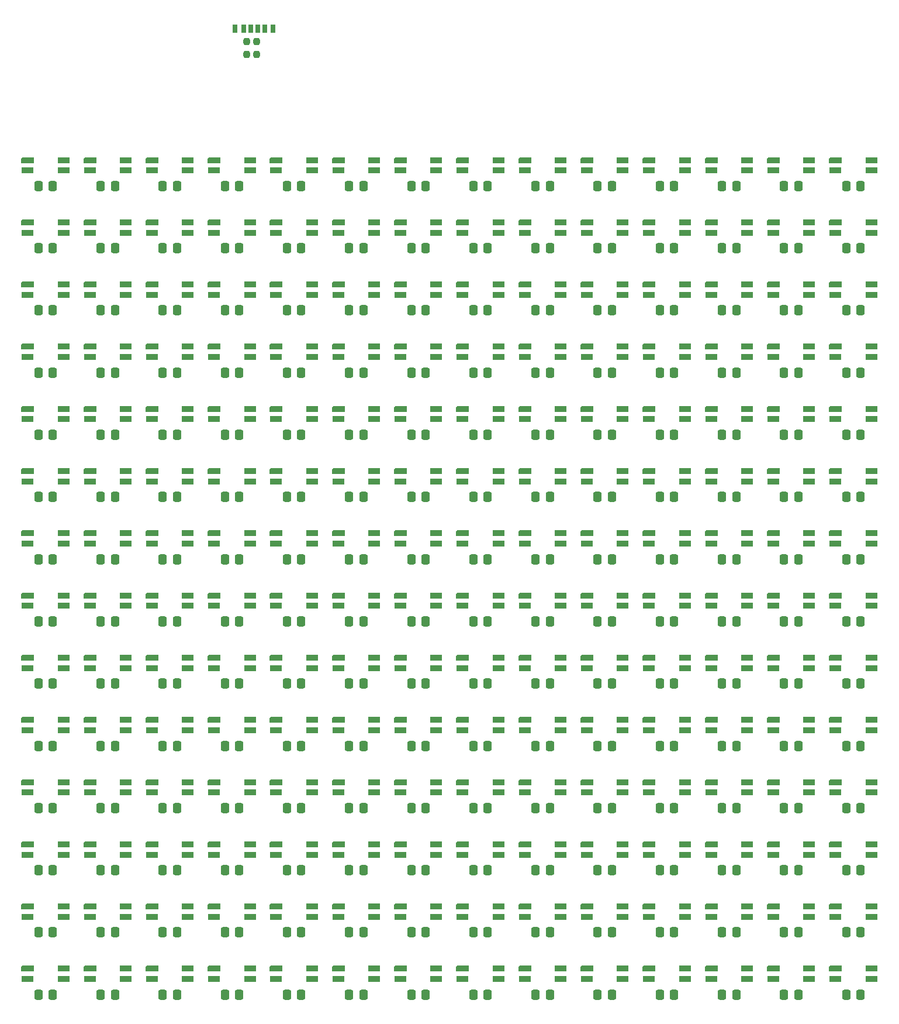
<source format=gbr>
%TF.GenerationSoftware,KiCad,Pcbnew,8.0.8*%
%TF.CreationDate,2025-04-11T18:25:19-04:00*%
%TF.ProjectId,Pixel Dust,50697865-6c20-4447-9573-742e6b696361,rev?*%
%TF.SameCoordinates,Original*%
%TF.FileFunction,Paste,Bot*%
%TF.FilePolarity,Positive*%
%FSLAX46Y46*%
G04 Gerber Fmt 4.6, Leading zero omitted, Abs format (unit mm)*
G04 Created by KiCad (PCBNEW 8.0.8) date 2025-04-11 18:25:19*
%MOMM*%
%LPD*%
G01*
G04 APERTURE LIST*
G04 Aperture macros list*
%AMRoundRect*
0 Rectangle with rounded corners*
0 $1 Rounding radius*
0 $2 $3 $4 $5 $6 $7 $8 $9 X,Y pos of 4 corners*
0 Add a 4 corners polygon primitive as box body*
4,1,4,$2,$3,$4,$5,$6,$7,$8,$9,$2,$3,0*
0 Add four circle primitives for the rounded corners*
1,1,$1+$1,$2,$3*
1,1,$1+$1,$4,$5*
1,1,$1+$1,$6,$7*
1,1,$1+$1,$8,$9*
0 Add four rect primitives between the rounded corners*
20,1,$1+$1,$2,$3,$4,$5,0*
20,1,$1+$1,$4,$5,$6,$7,0*
20,1,$1+$1,$6,$7,$8,$9,0*
20,1,$1+$1,$8,$9,$2,$3,0*%
%AMOutline5P*
0 Free polygon, 5 corners , with rotation*
0 The origin of the aperture is its center*
0 number of corners: always 5*
0 $1 to $10 corner X, Y*
0 $11 Rotation angle, in degrees counterclockwise*
0 create outline with 5 corners*
4,1,5,$1,$2,$3,$4,$5,$6,$7,$8,$9,$10,$1,$2,$11*%
%AMOutline6P*
0 Free polygon, 6 corners , with rotation*
0 The origin of the aperture is its center*
0 number of corners: always 6*
0 $1 to $12 corner X, Y*
0 $13 Rotation angle, in degrees counterclockwise*
0 create outline with 6 corners*
4,1,6,$1,$2,$3,$4,$5,$6,$7,$8,$9,$10,$11,$12,$1,$2,$13*%
%AMOutline7P*
0 Free polygon, 7 corners , with rotation*
0 The origin of the aperture is its center*
0 number of corners: always 7*
0 $1 to $14 corner X, Y*
0 $15 Rotation angle, in degrees counterclockwise*
0 create outline with 7 corners*
4,1,7,$1,$2,$3,$4,$5,$6,$7,$8,$9,$10,$11,$12,$13,$14,$1,$2,$15*%
%AMOutline8P*
0 Free polygon, 8 corners , with rotation*
0 The origin of the aperture is its center*
0 number of corners: always 8*
0 $1 to $16 corner X, Y*
0 $17 Rotation angle, in degrees counterclockwise*
0 create outline with 8 corners*
4,1,8,$1,$2,$3,$4,$5,$6,$7,$8,$9,$10,$11,$12,$13,$14,$15,$16,$1,$2,$17*%
G04 Aperture macros list end*
%ADD10R,0.700000X1.200000*%
%ADD11R,0.760000X1.200000*%
%ADD12R,0.800000X1.200000*%
%ADD13R,1.800000X0.820000*%
%ADD14Outline5P,-0.900000X0.410000X0.900000X0.410000X0.900000X-0.246000X0.736000X-0.410000X-0.900000X-0.410000X180.000000*%
%ADD15RoundRect,0.250000X0.337500X0.475000X-0.337500X0.475000X-0.337500X-0.475000X0.337500X-0.475000X0*%
%ADD16RoundRect,0.237500X-0.237500X0.250000X-0.237500X-0.250000X0.237500X-0.250000X0.237500X0.250000X0*%
%ADD17RoundRect,0.237500X0.237500X-0.250000X0.237500X0.250000X-0.237500X0.250000X-0.237500X-0.250000X0*%
G04 APERTURE END LIST*
D10*
%TO.C,J3*%
X34200000Y17720000D03*
X33200000Y17720000D03*
D11*
X35220000Y17720000D03*
X32180000Y17720000D03*
D12*
X30950000Y17720000D03*
X36450000Y17720000D03*
%TD*%
D13*
%TO.C,D87*%
X24100000Y-55300000D03*
D14*
X18900000Y-55300000D03*
D13*
X18900000Y-56800000D03*
X24100000Y-56800000D03*
%TD*%
%TO.C,D30*%
X15100000Y-19300000D03*
D14*
X9900000Y-19300000D03*
D13*
X9900000Y-20800000D03*
X15100000Y-20800000D03*
%TD*%
%TO.C,D40*%
X105100000Y-19300000D03*
D14*
X99900000Y-19300000D03*
D13*
X99900000Y-20800000D03*
X105100000Y-20800000D03*
%TD*%
D15*
%TO.C,C129*%
X22537500Y-86050000D03*
X20462500Y-86050000D03*
%TD*%
D13*
%TO.C,D104*%
X51100000Y-64300000D03*
D14*
X45900000Y-64300000D03*
D13*
X45900000Y-65800000D03*
X51100000Y-65800000D03*
%TD*%
D15*
%TO.C,C52*%
X85537500Y-32050000D03*
X83462500Y-32050000D03*
%TD*%
%TO.C,C128*%
X13537500Y-86050000D03*
X11462500Y-86050000D03*
%TD*%
%TO.C,C7*%
X58537500Y-5050000D03*
X56462500Y-5050000D03*
%TD*%
%TO.C,C148*%
X67537500Y-95050000D03*
X65462500Y-95050000D03*
%TD*%
%TO.C,C136*%
X85537500Y-86050000D03*
X83462500Y-86050000D03*
%TD*%
D13*
%TO.C,D107*%
X78100000Y-64300000D03*
D14*
X72900000Y-64300000D03*
D13*
X72900000Y-65800000D03*
X78100000Y-65800000D03*
%TD*%
%TO.C,D78*%
X69100000Y-46300000D03*
D14*
X63900000Y-46300000D03*
D13*
X63900000Y-47800000D03*
X69100000Y-47800000D03*
%TD*%
%TO.C,D106*%
X69100000Y-64300000D03*
D14*
X63900000Y-64300000D03*
D13*
X63900000Y-65800000D03*
X69100000Y-65800000D03*
%TD*%
%TO.C,D155*%
X6100000Y-100300000D03*
D14*
X900000Y-100300000D03*
D13*
X900000Y-101800000D03*
X6100000Y-101800000D03*
%TD*%
D15*
%TO.C,C106*%
X67537500Y-68050000D03*
X65462500Y-68050000D03*
%TD*%
%TO.C,C71*%
X4537500Y-50050000D03*
X2462500Y-50050000D03*
%TD*%
D13*
%TO.C,D13*%
X114100000Y-1300000D03*
D14*
X108900000Y-1300000D03*
D13*
X108900000Y-2800000D03*
X114100000Y-2800000D03*
%TD*%
%TO.C,D46*%
X33100000Y-28300000D03*
D14*
X27900000Y-28300000D03*
D13*
X27900000Y-29800000D03*
X33100000Y-29800000D03*
%TD*%
%TO.C,D162*%
X69100000Y-100300000D03*
D14*
X63900000Y-100300000D03*
D13*
X63900000Y-101800000D03*
X69100000Y-101800000D03*
%TD*%
%TO.C,D141*%
X6100000Y-91300000D03*
D14*
X900000Y-91300000D03*
D13*
X900000Y-92800000D03*
X6100000Y-92800000D03*
%TD*%
%TO.C,D187*%
X42100000Y-118300000D03*
D14*
X36900000Y-118300000D03*
D13*
X36900000Y-119800000D03*
X42100000Y-119800000D03*
%TD*%
D15*
%TO.C,C103*%
X40537500Y-68050000D03*
X38462500Y-68050000D03*
%TD*%
%TO.C,C5*%
X40537500Y-5050000D03*
X38462500Y-5050000D03*
%TD*%
%TO.C,C127*%
X4537500Y-86050000D03*
X2462500Y-86050000D03*
%TD*%
D13*
%TO.C,D148*%
X69100000Y-91300000D03*
D14*
X63900000Y-91300000D03*
D13*
X63900000Y-92800000D03*
X69100000Y-92800000D03*
%TD*%
D15*
%TO.C,C185*%
X22537500Y-122050000D03*
X20462500Y-122050000D03*
%TD*%
%TO.C,C2*%
X13537500Y-5050000D03*
X11462500Y-5050000D03*
%TD*%
D13*
%TO.C,D80*%
X87100000Y-46300000D03*
D14*
X81900000Y-46300000D03*
D13*
X81900000Y-47800000D03*
X87100000Y-47800000D03*
%TD*%
D15*
%TO.C,C119*%
X58537500Y-77050000D03*
X56462500Y-77050000D03*
%TD*%
D13*
%TO.C,D139*%
X114100000Y-82300000D03*
D14*
X108900000Y-82300000D03*
D13*
X108900000Y-83800000D03*
X114100000Y-83800000D03*
%TD*%
%TO.C,D32*%
X33100000Y-19300000D03*
D14*
X27900000Y-19300000D03*
D13*
X27900000Y-20800000D03*
X33100000Y-20800000D03*
%TD*%
D15*
%TO.C,C92*%
X67537500Y-59050000D03*
X65462500Y-59050000D03*
%TD*%
%TO.C,C95*%
X94537500Y-59050000D03*
X92462500Y-59050000D03*
%TD*%
D13*
%TO.C,D74*%
X33100000Y-46300000D03*
D14*
X27900000Y-46300000D03*
D13*
X27900000Y-47800000D03*
X33100000Y-47800000D03*
%TD*%
%TO.C,D185*%
X24100000Y-118300000D03*
D14*
X18900000Y-118300000D03*
D13*
X18900000Y-119800000D03*
X24100000Y-119800000D03*
%TD*%
%TO.C,D153*%
X114100000Y-91300000D03*
D14*
X108900000Y-91300000D03*
D13*
X108900000Y-92800000D03*
X114100000Y-92800000D03*
%TD*%
D15*
%TO.C,C188*%
X49537500Y-122050000D03*
X47462500Y-122050000D03*
%TD*%
D13*
%TO.C,D85*%
X6100000Y-55300000D03*
D14*
X900000Y-55300000D03*
D13*
X900000Y-56800000D03*
X6100000Y-56800000D03*
%TD*%
D15*
%TO.C,C17*%
X22537500Y-14050000D03*
X20462500Y-14050000D03*
%TD*%
%TO.C,C156*%
X13537500Y-104050000D03*
X11462500Y-104050000D03*
%TD*%
%TO.C,C110*%
X103537500Y-68050000D03*
X101462500Y-68050000D03*
%TD*%
D13*
%TO.C,D31*%
X24100000Y-19300000D03*
D14*
X18900000Y-19300000D03*
D13*
X18900000Y-20800000D03*
X24100000Y-20800000D03*
%TD*%
%TO.C,D37*%
X78100000Y-19300000D03*
D14*
X72900000Y-19300000D03*
D13*
X72900000Y-20800000D03*
X78100000Y-20800000D03*
%TD*%
D15*
%TO.C,C163*%
X76537500Y-104050000D03*
X74462500Y-104050000D03*
%TD*%
%TO.C,C42*%
X121537500Y-23050000D03*
X119462500Y-23050000D03*
%TD*%
D13*
%TO.C,D35*%
X60100000Y-19300000D03*
D14*
X54900000Y-19300000D03*
D13*
X54900000Y-20800000D03*
X60100000Y-20800000D03*
%TD*%
D15*
%TO.C,C57*%
X4537500Y-41050000D03*
X2462500Y-41050000D03*
%TD*%
%TO.C,C16*%
X13537500Y-14050000D03*
X11462500Y-14050000D03*
%TD*%
%TO.C,C107*%
X76537500Y-68050000D03*
X74462500Y-68050000D03*
%TD*%
D13*
%TO.C,D196*%
X123100000Y-118300000D03*
D14*
X117900000Y-118300000D03*
D13*
X117900000Y-119800000D03*
X123100000Y-119800000D03*
%TD*%
%TO.C,D52*%
X87100000Y-28300000D03*
D14*
X81900000Y-28300000D03*
D13*
X81900000Y-29800000D03*
X87100000Y-29800000D03*
%TD*%
D15*
%TO.C,C104*%
X49537500Y-68050000D03*
X47462500Y-68050000D03*
%TD*%
D13*
%TO.C,D4*%
X33100000Y-1300000D03*
D14*
X27900000Y-1300000D03*
D13*
X27900000Y-2800000D03*
X33100000Y-2800000D03*
%TD*%
D15*
%TO.C,C40*%
X103537500Y-23050000D03*
X101462500Y-23050000D03*
%TD*%
%TO.C,C109*%
X94537500Y-68050000D03*
X92462500Y-68050000D03*
%TD*%
D13*
%TO.C,D165*%
X96100000Y-100300000D03*
D14*
X90900000Y-100300000D03*
D13*
X90900000Y-101800000D03*
X96100000Y-101800000D03*
%TD*%
%TO.C,D41*%
X114100000Y-19300000D03*
D14*
X108900000Y-19300000D03*
D13*
X108900000Y-20800000D03*
X114100000Y-20800000D03*
%TD*%
D15*
%TO.C,C94*%
X85537500Y-59050000D03*
X83462500Y-59050000D03*
%TD*%
%TO.C,C90*%
X49537500Y-59050000D03*
X47462500Y-59050000D03*
%TD*%
D13*
%TO.C,D130*%
X33100000Y-82300000D03*
D14*
X27900000Y-82300000D03*
D13*
X27900000Y-83800000D03*
X33100000Y-83800000D03*
%TD*%
%TO.C,D142*%
X15100000Y-91300000D03*
D14*
X9900000Y-91300000D03*
D13*
X9900000Y-92800000D03*
X15100000Y-92800000D03*
%TD*%
%TO.C,D8*%
X69100000Y-1300000D03*
D14*
X63900000Y-1300000D03*
D13*
X63900000Y-2800000D03*
X69100000Y-2800000D03*
%TD*%
D15*
%TO.C,C68*%
X103537500Y-41050000D03*
X101462500Y-41050000D03*
%TD*%
%TO.C,C138*%
X103537500Y-86050000D03*
X101462500Y-86050000D03*
%TD*%
%TO.C,C31*%
X22537500Y-23050000D03*
X20462500Y-23050000D03*
%TD*%
D13*
%TO.C,D182*%
X123100000Y-109300000D03*
D14*
X117900000Y-109300000D03*
D13*
X117900000Y-110800000D03*
X123100000Y-110800000D03*
%TD*%
%TO.C,D131*%
X42100000Y-82300000D03*
D14*
X36900000Y-82300000D03*
D13*
X36900000Y-83800000D03*
X42100000Y-83800000D03*
%TD*%
D15*
%TO.C,C160*%
X49537500Y-104050000D03*
X47462500Y-104050000D03*
%TD*%
D13*
%TO.C,D154*%
X123100000Y-91300000D03*
D14*
X117900000Y-91300000D03*
D13*
X117900000Y-92800000D03*
X123100000Y-92800000D03*
%TD*%
%TO.C,D92*%
X69100000Y-55300000D03*
D14*
X63900000Y-55300000D03*
D13*
X63900000Y-56800000D03*
X69100000Y-56800000D03*
%TD*%
%TO.C,D2*%
X15100000Y-1300000D03*
D14*
X9900000Y-1300000D03*
D13*
X9900000Y-2800000D03*
X15100000Y-2800000D03*
%TD*%
%TO.C,D20*%
X51100000Y-10300000D03*
D14*
X45900000Y-10300000D03*
D13*
X45900000Y-11800000D03*
X51100000Y-11800000D03*
%TD*%
%TO.C,D166*%
X105100000Y-100300000D03*
D14*
X99900000Y-100300000D03*
D13*
X99900000Y-101800000D03*
X105100000Y-101800000D03*
%TD*%
D15*
%TO.C,C187*%
X40537500Y-122050000D03*
X38462500Y-122050000D03*
%TD*%
D13*
%TO.C,D29*%
X6100000Y-19300000D03*
D14*
X900000Y-19300000D03*
D13*
X900000Y-20800000D03*
X6100000Y-20800000D03*
%TD*%
D15*
%TO.C,C100*%
X13537500Y-68050000D03*
X11462500Y-68050000D03*
%TD*%
%TO.C,C186*%
X31537500Y-122050000D03*
X29462500Y-122050000D03*
%TD*%
D13*
%TO.C,D82*%
X105100000Y-46300000D03*
D14*
X99900000Y-46300000D03*
D13*
X99900000Y-47800000D03*
X105100000Y-47800000D03*
%TD*%
D15*
%TO.C,C161*%
X58537500Y-104050000D03*
X56462500Y-104050000D03*
%TD*%
%TO.C,C45*%
X22537500Y-32050000D03*
X20462500Y-32050000D03*
%TD*%
D13*
%TO.C,D172*%
X33100000Y-109300000D03*
D14*
X27900000Y-109300000D03*
D13*
X27900000Y-110800000D03*
X33100000Y-110800000D03*
%TD*%
D15*
%TO.C,C189*%
X58537500Y-122050000D03*
X56462500Y-122050000D03*
%TD*%
%TO.C,C39*%
X94537500Y-23050000D03*
X92462500Y-23050000D03*
%TD*%
D13*
%TO.C,D65*%
X78100000Y-37300000D03*
D14*
X72900000Y-37300000D03*
D13*
X72900000Y-38800000D03*
X78100000Y-38800000D03*
%TD*%
D15*
%TO.C,C172*%
X31537500Y-113050000D03*
X29462500Y-113050000D03*
%TD*%
D13*
%TO.C,D55*%
X114100000Y-28300000D03*
D14*
X108900000Y-28300000D03*
D13*
X108900000Y-29800000D03*
X114100000Y-29800000D03*
%TD*%
%TO.C,D127*%
X6100000Y-82300000D03*
D14*
X900000Y-82300000D03*
D13*
X900000Y-83800000D03*
X6100000Y-83800000D03*
%TD*%
%TO.C,D17*%
X24100000Y-10300000D03*
D14*
X18900000Y-10300000D03*
D13*
X18900000Y-11800000D03*
X24100000Y-11800000D03*
%TD*%
D15*
%TO.C,C24*%
X85537500Y-14050000D03*
X83462500Y-14050000D03*
%TD*%
%TO.C,C192*%
X85537500Y-122050000D03*
X83462500Y-122050000D03*
%TD*%
%TO.C,C97*%
X112537500Y-59050000D03*
X110462500Y-59050000D03*
%TD*%
%TO.C,C54*%
X103537500Y-32050000D03*
X101462500Y-32050000D03*
%TD*%
D13*
%TO.C,D183*%
X6100000Y-118300000D03*
D14*
X900000Y-118300000D03*
D13*
X900000Y-119800000D03*
X6100000Y-119800000D03*
%TD*%
D15*
%TO.C,C159*%
X40537500Y-104050000D03*
X38462500Y-104050000D03*
%TD*%
%TO.C,C115*%
X22537500Y-77050000D03*
X20462500Y-77050000D03*
%TD*%
D13*
%TO.C,D84*%
X123100000Y-46300000D03*
D14*
X117900000Y-46300000D03*
D13*
X117900000Y-47800000D03*
X123100000Y-47800000D03*
%TD*%
%TO.C,D42*%
X123100000Y-19300000D03*
D14*
X117900000Y-19300000D03*
D13*
X117900000Y-20800000D03*
X123100000Y-20800000D03*
%TD*%
%TO.C,D16*%
X15100000Y-10300000D03*
D14*
X9900000Y-10300000D03*
D13*
X9900000Y-11800000D03*
X15100000Y-11800000D03*
%TD*%
D15*
%TO.C,C41*%
X112537500Y-23050000D03*
X110462500Y-23050000D03*
%TD*%
%TO.C,C80*%
X85537500Y-50050000D03*
X83462500Y-50050000D03*
%TD*%
D13*
%TO.C,D9*%
X78100000Y-1300000D03*
D14*
X72900000Y-1300000D03*
D13*
X72900000Y-2800000D03*
X78100000Y-2800000D03*
%TD*%
D15*
%TO.C,C63*%
X58537500Y-41050000D03*
X56462500Y-41050000D03*
%TD*%
D13*
%TO.C,D174*%
X51100000Y-109300000D03*
D14*
X45900000Y-109300000D03*
D13*
X45900000Y-110800000D03*
X51100000Y-110800000D03*
%TD*%
D15*
%TO.C,C53*%
X94537500Y-32050000D03*
X92462500Y-32050000D03*
%TD*%
%TO.C,C93*%
X76537500Y-59050000D03*
X74462500Y-59050000D03*
%TD*%
%TO.C,C69*%
X112537500Y-41050000D03*
X110462500Y-41050000D03*
%TD*%
D13*
%TO.C,D38*%
X87100000Y-19300000D03*
D14*
X81900000Y-19300000D03*
D13*
X81900000Y-20800000D03*
X87100000Y-20800000D03*
%TD*%
%TO.C,D138*%
X105100000Y-82300000D03*
D14*
X99900000Y-82300000D03*
D13*
X99900000Y-83800000D03*
X105100000Y-83800000D03*
%TD*%
%TO.C,D124*%
X105100000Y-73300000D03*
D14*
X99900000Y-73300000D03*
D13*
X99900000Y-74800000D03*
X105100000Y-74800000D03*
%TD*%
D15*
%TO.C,C165*%
X94537500Y-104050000D03*
X92462500Y-104050000D03*
%TD*%
D13*
%TO.C,D61*%
X42100000Y-37300000D03*
D14*
X36900000Y-37300000D03*
D13*
X36900000Y-38800000D03*
X42100000Y-38800000D03*
%TD*%
D15*
%TO.C,C125*%
X112537500Y-77050000D03*
X110462500Y-77050000D03*
%TD*%
%TO.C,C86*%
X13537500Y-59050000D03*
X11462500Y-59050000D03*
%TD*%
D13*
%TO.C,D57*%
X6100000Y-37300000D03*
D14*
X900000Y-37300000D03*
D13*
X900000Y-38800000D03*
X6100000Y-38800000D03*
%TD*%
%TO.C,D67*%
X96100000Y-37300000D03*
D14*
X90900000Y-37300000D03*
D13*
X90900000Y-38800000D03*
X96100000Y-38800000D03*
%TD*%
%TO.C,D173*%
X42100000Y-109300000D03*
D14*
X36900000Y-109300000D03*
D13*
X36900000Y-110800000D03*
X42100000Y-110800000D03*
%TD*%
D15*
%TO.C,C38*%
X85537500Y-23050000D03*
X83462500Y-23050000D03*
%TD*%
D13*
%TO.C,D125*%
X114100000Y-73300000D03*
D14*
X108900000Y-73300000D03*
D13*
X108900000Y-74800000D03*
X114100000Y-74800000D03*
%TD*%
D15*
%TO.C,C180*%
X103537500Y-113050000D03*
X101462500Y-113050000D03*
%TD*%
%TO.C,C169*%
X4537500Y-113050000D03*
X2462500Y-113050000D03*
%TD*%
D13*
%TO.C,D33*%
X42100000Y-19300000D03*
D14*
X36900000Y-19300000D03*
D13*
X36900000Y-20800000D03*
X42100000Y-20800000D03*
%TD*%
%TO.C,D93*%
X78100000Y-55300000D03*
D14*
X72900000Y-55300000D03*
D13*
X72900000Y-56800000D03*
X78100000Y-56800000D03*
%TD*%
D15*
%TO.C,C29*%
X4537500Y-23050000D03*
X2462500Y-23050000D03*
%TD*%
%TO.C,C184*%
X13537500Y-122050000D03*
X11462500Y-122050000D03*
%TD*%
%TO.C,C122*%
X85537500Y-77050000D03*
X83462500Y-77050000D03*
%TD*%
%TO.C,C151*%
X94537500Y-95050000D03*
X92462500Y-95050000D03*
%TD*%
D13*
%TO.C,D133*%
X60100000Y-82300000D03*
D14*
X54900000Y-82300000D03*
D13*
X54900000Y-83800000D03*
X60100000Y-83800000D03*
%TD*%
D15*
%TO.C,C76*%
X49537500Y-50050000D03*
X47462500Y-50050000D03*
%TD*%
%TO.C,C85*%
X4537500Y-59050000D03*
X2462500Y-59050000D03*
%TD*%
%TO.C,C167*%
X112537500Y-104050000D03*
X110462500Y-104050000D03*
%TD*%
%TO.C,C65*%
X76537500Y-41050000D03*
X74462500Y-41050000D03*
%TD*%
D13*
%TO.C,D159*%
X42100000Y-100300000D03*
D14*
X36900000Y-100300000D03*
D13*
X36900000Y-101800000D03*
X42100000Y-101800000D03*
%TD*%
D15*
%TO.C,C132*%
X49537500Y-86050000D03*
X47462500Y-86050000D03*
%TD*%
D13*
%TO.C,D158*%
X33100000Y-100300000D03*
D14*
X27900000Y-100300000D03*
D13*
X27900000Y-101800000D03*
X33100000Y-101800000D03*
%TD*%
D15*
%TO.C,C70*%
X121537500Y-41050000D03*
X119462500Y-41050000D03*
%TD*%
%TO.C,C190*%
X67537500Y-122050000D03*
X65462500Y-122050000D03*
%TD*%
D13*
%TO.C,D146*%
X51100000Y-91300000D03*
D14*
X45900000Y-91300000D03*
D13*
X45900000Y-92800000D03*
X51100000Y-92800000D03*
%TD*%
%TO.C,D71*%
X6100000Y-46300000D03*
D14*
X900000Y-46300000D03*
D13*
X900000Y-47800000D03*
X6100000Y-47800000D03*
%TD*%
D15*
%TO.C,C108*%
X85537500Y-68050000D03*
X83462500Y-68050000D03*
%TD*%
%TO.C,C82*%
X103537500Y-50050000D03*
X101462500Y-50050000D03*
%TD*%
%TO.C,C62*%
X49537500Y-41050000D03*
X47462500Y-41050000D03*
%TD*%
D13*
%TO.C,D89*%
X42100000Y-55300000D03*
D14*
X36900000Y-55300000D03*
D13*
X36900000Y-56800000D03*
X42100000Y-56800000D03*
%TD*%
D15*
%TO.C,C194*%
X103537500Y-122050000D03*
X101462500Y-122050000D03*
%TD*%
%TO.C,C35*%
X58537500Y-23050000D03*
X56462500Y-23050000D03*
%TD*%
D13*
%TO.C,D53*%
X96100000Y-28300000D03*
D14*
X90900000Y-28300000D03*
D13*
X90900000Y-29800000D03*
X96100000Y-29800000D03*
%TD*%
D15*
%TO.C,C131*%
X40537500Y-86050000D03*
X38462500Y-86050000D03*
%TD*%
%TO.C,C9*%
X76537500Y-5050000D03*
X74462500Y-5050000D03*
%TD*%
%TO.C,C142*%
X13537500Y-95050000D03*
X11462500Y-95050000D03*
%TD*%
D13*
%TO.C,D169*%
X6100000Y-109300000D03*
D14*
X900000Y-109300000D03*
D13*
X900000Y-110800000D03*
X6100000Y-110800000D03*
%TD*%
D15*
%TO.C,C174*%
X49537500Y-113050000D03*
X47462500Y-113050000D03*
%TD*%
%TO.C,C60*%
X31537500Y-41050000D03*
X29462500Y-41050000D03*
%TD*%
D13*
%TO.C,D111*%
X114100000Y-64300000D03*
D14*
X108900000Y-64300000D03*
D13*
X108900000Y-65800000D03*
X114100000Y-65800000D03*
%TD*%
%TO.C,D156*%
X15100000Y-100300000D03*
D14*
X9900000Y-100300000D03*
D13*
X9900000Y-101800000D03*
X15100000Y-101800000D03*
%TD*%
%TO.C,D186*%
X33100000Y-118300000D03*
D14*
X27900000Y-118300000D03*
D13*
X27900000Y-119800000D03*
X33100000Y-119800000D03*
%TD*%
D15*
%TO.C,C126*%
X121537500Y-77050000D03*
X119462500Y-77050000D03*
%TD*%
D13*
%TO.C,D135*%
X78100000Y-82300000D03*
D14*
X72900000Y-82300000D03*
D13*
X72900000Y-83800000D03*
X78100000Y-83800000D03*
%TD*%
%TO.C,D95*%
X96100000Y-55300000D03*
D14*
X90900000Y-55300000D03*
D13*
X90900000Y-56800000D03*
X96100000Y-56800000D03*
%TD*%
D15*
%TO.C,C67*%
X94537500Y-41050000D03*
X92462500Y-41050000D03*
%TD*%
%TO.C,C123*%
X94537500Y-77050000D03*
X92462500Y-77050000D03*
%TD*%
D13*
%TO.C,D194*%
X105100000Y-118300000D03*
D14*
X99900000Y-118300000D03*
D13*
X99900000Y-119800000D03*
X105100000Y-119800000D03*
%TD*%
D15*
%TO.C,C13*%
X112537500Y-5050000D03*
X110462500Y-5050000D03*
%TD*%
%TO.C,C36*%
X67537500Y-23050000D03*
X65462500Y-23050000D03*
%TD*%
D13*
%TO.C,D178*%
X87100000Y-109300000D03*
D14*
X81900000Y-109300000D03*
D13*
X81900000Y-110800000D03*
X87100000Y-110800000D03*
%TD*%
%TO.C,D102*%
X33100000Y-64300000D03*
D14*
X27900000Y-64300000D03*
D13*
X27900000Y-65800000D03*
X33100000Y-65800000D03*
%TD*%
%TO.C,D15*%
X6100000Y-10300000D03*
D14*
X900000Y-10300000D03*
D13*
X900000Y-11800000D03*
X6100000Y-11800000D03*
%TD*%
D15*
%TO.C,C117*%
X40537500Y-77050000D03*
X38462500Y-77050000D03*
%TD*%
D13*
%TO.C,D177*%
X78100000Y-109300000D03*
D14*
X72900000Y-109300000D03*
D13*
X72900000Y-110800000D03*
X78100000Y-110800000D03*
%TD*%
D15*
%TO.C,C37*%
X76537500Y-23050000D03*
X74462500Y-23050000D03*
%TD*%
%TO.C,C116*%
X31537500Y-77050000D03*
X29462500Y-77050000D03*
%TD*%
D13*
%TO.C,D45*%
X24100000Y-28300000D03*
D14*
X18900000Y-28300000D03*
D13*
X18900000Y-29800000D03*
X24100000Y-29800000D03*
%TD*%
D15*
%TO.C,C181*%
X112537500Y-113050000D03*
X110462500Y-113050000D03*
%TD*%
D13*
%TO.C,D1*%
X6100000Y-1300000D03*
D14*
X900000Y-1300000D03*
D13*
X900000Y-2800000D03*
X6100000Y-2800000D03*
%TD*%
%TO.C,D181*%
X114100000Y-109300000D03*
D14*
X108900000Y-109300000D03*
D13*
X108900000Y-110800000D03*
X114100000Y-110800000D03*
%TD*%
%TO.C,D179*%
X96100000Y-109300000D03*
D14*
X90900000Y-109300000D03*
D13*
X90900000Y-110800000D03*
X96100000Y-110800000D03*
%TD*%
%TO.C,D103*%
X42100000Y-64300000D03*
D14*
X36900000Y-64300000D03*
D13*
X36900000Y-65800000D03*
X42100000Y-65800000D03*
%TD*%
D15*
%TO.C,C164*%
X85537500Y-104050000D03*
X83462500Y-104050000D03*
%TD*%
D13*
%TO.C,D54*%
X105100000Y-28300000D03*
D14*
X99900000Y-28300000D03*
D13*
X99900000Y-29800000D03*
X105100000Y-29800000D03*
%TD*%
D15*
%TO.C,C130*%
X31537500Y-86050000D03*
X29462500Y-86050000D03*
%TD*%
%TO.C,C26*%
X103537500Y-14050000D03*
X101462500Y-14050000D03*
%TD*%
%TO.C,C139*%
X112537500Y-86050000D03*
X110462500Y-86050000D03*
%TD*%
%TO.C,C182*%
X121537500Y-113050000D03*
X119462500Y-113050000D03*
%TD*%
D13*
%TO.C,D6*%
X51100000Y-1300000D03*
D14*
X45900000Y-1300000D03*
D13*
X45900000Y-2800000D03*
X51100000Y-2800000D03*
%TD*%
%TO.C,D105*%
X60100000Y-64300000D03*
D14*
X54900000Y-64300000D03*
D13*
X54900000Y-65800000D03*
X60100000Y-65800000D03*
%TD*%
D15*
%TO.C,C135*%
X76537500Y-86050000D03*
X74462500Y-86050000D03*
%TD*%
%TO.C,C64*%
X67537500Y-41050000D03*
X65462500Y-41050000D03*
%TD*%
D13*
%TO.C,D115*%
X24100000Y-73300000D03*
D14*
X18900000Y-73300000D03*
D13*
X18900000Y-74800000D03*
X24100000Y-74800000D03*
%TD*%
D15*
%TO.C,C28*%
X121537500Y-14050000D03*
X119462500Y-14050000D03*
%TD*%
D13*
%TO.C,D109*%
X96100000Y-64300000D03*
D14*
X90900000Y-64300000D03*
D13*
X90900000Y-65800000D03*
X96100000Y-65800000D03*
%TD*%
D15*
%TO.C,C4*%
X31537500Y-5050000D03*
X29462500Y-5050000D03*
%TD*%
D13*
%TO.C,D175*%
X60100000Y-109300000D03*
D14*
X54900000Y-109300000D03*
D13*
X54900000Y-110800000D03*
X60100000Y-110800000D03*
%TD*%
D15*
%TO.C,C168*%
X121537500Y-104050000D03*
X119462500Y-104050000D03*
%TD*%
%TO.C,C102*%
X31537500Y-68050000D03*
X29462500Y-68050000D03*
%TD*%
D13*
%TO.C,D163*%
X78100000Y-100300000D03*
D14*
X72900000Y-100300000D03*
D13*
X72900000Y-101800000D03*
X78100000Y-101800000D03*
%TD*%
%TO.C,D77*%
X60100000Y-46300000D03*
D14*
X54900000Y-46300000D03*
D13*
X54900000Y-47800000D03*
X60100000Y-47800000D03*
%TD*%
D15*
%TO.C,C34*%
X49537500Y-23050000D03*
X47462500Y-23050000D03*
%TD*%
D13*
%TO.C,D188*%
X51100000Y-118300000D03*
D14*
X45900000Y-118300000D03*
D13*
X45900000Y-119800000D03*
X51100000Y-119800000D03*
%TD*%
%TO.C,D76*%
X51100000Y-46300000D03*
D14*
X45900000Y-46300000D03*
D13*
X45900000Y-47800000D03*
X51100000Y-47800000D03*
%TD*%
D15*
%TO.C,C99*%
X4537500Y-68050000D03*
X2462500Y-68050000D03*
%TD*%
D13*
%TO.C,D176*%
X69100000Y-109300000D03*
D14*
X63900000Y-109300000D03*
D13*
X63900000Y-110800000D03*
X69100000Y-110800000D03*
%TD*%
D15*
%TO.C,C11*%
X94537500Y-5050000D03*
X92462500Y-5050000D03*
%TD*%
%TO.C,C105*%
X58537500Y-68050000D03*
X56462500Y-68050000D03*
%TD*%
D13*
%TO.C,D128*%
X15100000Y-82300000D03*
D14*
X9900000Y-82300000D03*
D13*
X9900000Y-83800000D03*
X15100000Y-83800000D03*
%TD*%
%TO.C,D126*%
X123100000Y-73300000D03*
D14*
X117900000Y-73300000D03*
D13*
X117900000Y-74800000D03*
X123100000Y-74800000D03*
%TD*%
D15*
%TO.C,C98*%
X121537500Y-59050000D03*
X119462500Y-59050000D03*
%TD*%
D13*
%TO.C,D137*%
X96100000Y-82300000D03*
D14*
X90900000Y-82300000D03*
D13*
X90900000Y-83800000D03*
X96100000Y-83800000D03*
%TD*%
D15*
%TO.C,C81*%
X94537500Y-50050000D03*
X92462500Y-50050000D03*
%TD*%
%TO.C,C101*%
X22537500Y-68050000D03*
X20462500Y-68050000D03*
%TD*%
D13*
%TO.C,D63*%
X60100000Y-37300000D03*
D14*
X54900000Y-37300000D03*
D13*
X54900000Y-38800000D03*
X60100000Y-38800000D03*
%TD*%
%TO.C,D147*%
X60100000Y-91300000D03*
D14*
X54900000Y-91300000D03*
D13*
X54900000Y-92800000D03*
X60100000Y-92800000D03*
%TD*%
%TO.C,D19*%
X42100000Y-10300000D03*
D14*
X36900000Y-10300000D03*
D13*
X36900000Y-11800000D03*
X42100000Y-11800000D03*
%TD*%
%TO.C,D99*%
X6100000Y-64300000D03*
D14*
X900000Y-64300000D03*
D13*
X900000Y-65800000D03*
X6100000Y-65800000D03*
%TD*%
%TO.C,D75*%
X42100000Y-46300000D03*
D14*
X36900000Y-46300000D03*
D13*
X36900000Y-47800000D03*
X42100000Y-47800000D03*
%TD*%
%TO.C,D149*%
X78100000Y-91300000D03*
D14*
X72900000Y-91300000D03*
D13*
X72900000Y-92800000D03*
X78100000Y-92800000D03*
%TD*%
D15*
%TO.C,C32*%
X31537500Y-23050000D03*
X29462500Y-23050000D03*
%TD*%
%TO.C,C48*%
X49537500Y-32050000D03*
X47462500Y-32050000D03*
%TD*%
D13*
%TO.C,D190*%
X69100000Y-118300000D03*
D14*
X63900000Y-118300000D03*
D13*
X63900000Y-119800000D03*
X69100000Y-119800000D03*
%TD*%
%TO.C,D25*%
X96100000Y-10300000D03*
D14*
X90900000Y-10300000D03*
D13*
X90900000Y-11800000D03*
X96100000Y-11800000D03*
%TD*%
%TO.C,D192*%
X87100000Y-118300000D03*
D14*
X81900000Y-118300000D03*
D13*
X81900000Y-119800000D03*
X87100000Y-119800000D03*
%TD*%
D15*
%TO.C,C146*%
X49537500Y-95050000D03*
X47462500Y-95050000D03*
%TD*%
D13*
%TO.C,D145*%
X42100000Y-91300000D03*
D14*
X36900000Y-91300000D03*
D13*
X36900000Y-92800000D03*
X42100000Y-92800000D03*
%TD*%
D15*
%TO.C,C89*%
X40537500Y-59050000D03*
X38462500Y-59050000D03*
%TD*%
%TO.C,C74*%
X31537500Y-50050000D03*
X29462500Y-50050000D03*
%TD*%
%TO.C,C176*%
X67537500Y-113050000D03*
X65462500Y-113050000D03*
%TD*%
D13*
%TO.C,D44*%
X15100000Y-28300000D03*
D14*
X9900000Y-28300000D03*
D13*
X9900000Y-29800000D03*
X15100000Y-29800000D03*
%TD*%
%TO.C,D120*%
X69100000Y-73300000D03*
D14*
X63900000Y-73300000D03*
D13*
X63900000Y-74800000D03*
X69100000Y-74800000D03*
%TD*%
D15*
%TO.C,C140*%
X121537500Y-86050000D03*
X119462500Y-86050000D03*
%TD*%
%TO.C,C166*%
X103537500Y-104050000D03*
X101462500Y-104050000D03*
%TD*%
%TO.C,C120*%
X67537500Y-77050000D03*
X65462500Y-77050000D03*
%TD*%
D13*
%TO.C,D167*%
X114100000Y-100300000D03*
D14*
X108900000Y-100300000D03*
D13*
X108900000Y-101800000D03*
X114100000Y-101800000D03*
%TD*%
%TO.C,D134*%
X69100000Y-82300000D03*
D14*
X63900000Y-82300000D03*
D13*
X63900000Y-83800000D03*
X69100000Y-83800000D03*
%TD*%
D15*
%TO.C,C55*%
X112537500Y-32050000D03*
X110462500Y-32050000D03*
%TD*%
%TO.C,C124*%
X103537500Y-77050000D03*
X101462500Y-77050000D03*
%TD*%
%TO.C,C78*%
X67537500Y-50050000D03*
X65462500Y-50050000D03*
%TD*%
D13*
%TO.C,D27*%
X114100000Y-10300000D03*
D14*
X108900000Y-10300000D03*
D13*
X108900000Y-11800000D03*
X114100000Y-11800000D03*
%TD*%
%TO.C,D193*%
X96100000Y-118300000D03*
D14*
X90900000Y-118300000D03*
D13*
X90900000Y-119800000D03*
X96100000Y-119800000D03*
%TD*%
%TO.C,D59*%
X24100000Y-37300000D03*
D14*
X18900000Y-37300000D03*
D13*
X18900000Y-38800000D03*
X24100000Y-38800000D03*
%TD*%
%TO.C,D96*%
X105100000Y-55300000D03*
D14*
X99900000Y-55300000D03*
D13*
X99900000Y-56800000D03*
X105100000Y-56800000D03*
%TD*%
%TO.C,D171*%
X24100000Y-109300000D03*
D14*
X18900000Y-109300000D03*
D13*
X18900000Y-110800000D03*
X24100000Y-110800000D03*
%TD*%
%TO.C,D28*%
X123100000Y-10300000D03*
D14*
X117900000Y-10300000D03*
D13*
X117900000Y-11800000D03*
X123100000Y-11800000D03*
%TD*%
D15*
%TO.C,C23*%
X76537500Y-14050000D03*
X74462500Y-14050000D03*
%TD*%
%TO.C,C193*%
X94537500Y-122050000D03*
X92462500Y-122050000D03*
%TD*%
D13*
%TO.C,D39*%
X96100000Y-19300000D03*
D14*
X90900000Y-19300000D03*
D13*
X90900000Y-20800000D03*
X96100000Y-20800000D03*
%TD*%
%TO.C,D91*%
X60100000Y-55300000D03*
D14*
X54900000Y-55300000D03*
D13*
X54900000Y-56800000D03*
X60100000Y-56800000D03*
%TD*%
%TO.C,D58*%
X15100000Y-37300000D03*
D14*
X9900000Y-37300000D03*
D13*
X9900000Y-38800000D03*
X15100000Y-38800000D03*
%TD*%
D15*
%TO.C,C49*%
X58537500Y-32050000D03*
X56462500Y-32050000D03*
%TD*%
D13*
%TO.C,D49*%
X60100000Y-28300000D03*
D14*
X54900000Y-28300000D03*
D13*
X54900000Y-29800000D03*
X60100000Y-29800000D03*
%TD*%
D15*
%TO.C,C114*%
X13537500Y-77050000D03*
X11462500Y-77050000D03*
%TD*%
%TO.C,C157*%
X22537500Y-104050000D03*
X20462500Y-104050000D03*
%TD*%
D13*
%TO.C,D123*%
X96100000Y-73300000D03*
D14*
X90900000Y-73300000D03*
D13*
X90900000Y-74800000D03*
X96100000Y-74800000D03*
%TD*%
D15*
%TO.C,C196*%
X121537500Y-122050000D03*
X119462500Y-122050000D03*
%TD*%
D13*
%TO.C,D129*%
X24100000Y-82300000D03*
D14*
X18900000Y-82300000D03*
D13*
X18900000Y-83800000D03*
X24100000Y-83800000D03*
%TD*%
%TO.C,D136*%
X87100000Y-82300000D03*
D14*
X81900000Y-82300000D03*
D13*
X81900000Y-83800000D03*
X87100000Y-83800000D03*
%TD*%
%TO.C,D112*%
X123100000Y-64300000D03*
D14*
X117900000Y-64300000D03*
D13*
X117900000Y-65800000D03*
X123100000Y-65800000D03*
%TD*%
D15*
%TO.C,C118*%
X49537500Y-77050000D03*
X47462500Y-77050000D03*
%TD*%
%TO.C,C145*%
X40537500Y-95050000D03*
X38462500Y-95050000D03*
%TD*%
D13*
%TO.C,D132*%
X51100000Y-82300000D03*
D14*
X45900000Y-82300000D03*
D13*
X45900000Y-83800000D03*
X51100000Y-83800000D03*
%TD*%
%TO.C,D180*%
X105100000Y-109300000D03*
D14*
X99900000Y-109300000D03*
D13*
X99900000Y-110800000D03*
X105100000Y-110800000D03*
%TD*%
D15*
%TO.C,C73*%
X22537500Y-50050000D03*
X20462500Y-50050000D03*
%TD*%
%TO.C,C51*%
X76537500Y-32050000D03*
X74462500Y-32050000D03*
%TD*%
%TO.C,C96*%
X103537500Y-59050000D03*
X101462500Y-59050000D03*
%TD*%
D13*
%TO.C,D110*%
X105100000Y-64300000D03*
D14*
X99900000Y-64300000D03*
D13*
X99900000Y-65800000D03*
X105100000Y-65800000D03*
%TD*%
%TO.C,D3*%
X24100000Y-1300000D03*
D14*
X18900000Y-1300000D03*
D13*
X18900000Y-2800000D03*
X24100000Y-2800000D03*
%TD*%
%TO.C,D98*%
X123100000Y-55300000D03*
D14*
X117900000Y-55300000D03*
D13*
X117900000Y-56800000D03*
X123100000Y-56800000D03*
%TD*%
D15*
%TO.C,C30*%
X13537500Y-23050000D03*
X11462500Y-23050000D03*
%TD*%
D13*
%TO.C,D5*%
X42100000Y-1300000D03*
D14*
X36900000Y-1300000D03*
D13*
X36900000Y-2800000D03*
X42100000Y-2800000D03*
%TD*%
D15*
%TO.C,C33*%
X40537500Y-23050000D03*
X38462500Y-23050000D03*
%TD*%
D13*
%TO.C,D83*%
X114100000Y-46300000D03*
D14*
X108900000Y-46300000D03*
D13*
X108900000Y-47800000D03*
X114100000Y-47800000D03*
%TD*%
D15*
%TO.C,C144*%
X31537500Y-95050000D03*
X29462500Y-95050000D03*
%TD*%
D13*
%TO.C,D81*%
X96100000Y-46300000D03*
D14*
X90900000Y-46300000D03*
D13*
X90900000Y-47800000D03*
X96100000Y-47800000D03*
%TD*%
D15*
%TO.C,C158*%
X31537500Y-104050000D03*
X29462500Y-104050000D03*
%TD*%
D13*
%TO.C,D66*%
X87100000Y-37300000D03*
D14*
X81900000Y-37300000D03*
D13*
X81900000Y-38800000D03*
X87100000Y-38800000D03*
%TD*%
%TO.C,D164*%
X87100000Y-100300000D03*
D14*
X81900000Y-100300000D03*
D13*
X81900000Y-101800000D03*
X87100000Y-101800000D03*
%TD*%
D15*
%TO.C,C154*%
X121537500Y-95050000D03*
X119462500Y-95050000D03*
%TD*%
D13*
%TO.C,D157*%
X24100000Y-100300000D03*
D14*
X18900000Y-100300000D03*
D13*
X18900000Y-101800000D03*
X24100000Y-101800000D03*
%TD*%
%TO.C,D143*%
X24100000Y-91300000D03*
D14*
X18900000Y-91300000D03*
D13*
X18900000Y-92800000D03*
X24100000Y-92800000D03*
%TD*%
D15*
%TO.C,C25*%
X94537500Y-14050000D03*
X92462500Y-14050000D03*
%TD*%
D13*
%TO.C,D21*%
X60100000Y-10300000D03*
D14*
X54900000Y-10300000D03*
D13*
X54900000Y-11800000D03*
X60100000Y-11800000D03*
%TD*%
%TO.C,D114*%
X15100000Y-73300000D03*
D14*
X9900000Y-73300000D03*
D13*
X9900000Y-74800000D03*
X15100000Y-74800000D03*
%TD*%
%TO.C,D118*%
X51100000Y-73300000D03*
D14*
X45900000Y-73300000D03*
D13*
X45900000Y-74800000D03*
X51100000Y-74800000D03*
%TD*%
D15*
%TO.C,C14*%
X121537500Y-5050000D03*
X119462500Y-5050000D03*
%TD*%
D13*
%TO.C,D18*%
X33100000Y-10300000D03*
D14*
X27900000Y-10300000D03*
D13*
X27900000Y-11800000D03*
X33100000Y-11800000D03*
%TD*%
D15*
%TO.C,C44*%
X13537500Y-32050000D03*
X11462500Y-32050000D03*
%TD*%
%TO.C,C8*%
X67537500Y-5050000D03*
X65462500Y-5050000D03*
%TD*%
D13*
%TO.C,D79*%
X78100000Y-46300000D03*
D14*
X72900000Y-46300000D03*
D13*
X72900000Y-47800000D03*
X78100000Y-47800000D03*
%TD*%
%TO.C,D48*%
X51100000Y-28300000D03*
D14*
X45900000Y-28300000D03*
D13*
X45900000Y-29800000D03*
X51100000Y-29800000D03*
%TD*%
D15*
%TO.C,C47*%
X40537500Y-32050000D03*
X38462500Y-32050000D03*
%TD*%
%TO.C,C149*%
X76537500Y-95050000D03*
X74462500Y-95050000D03*
%TD*%
D13*
%TO.C,D24*%
X87100000Y-10300000D03*
D14*
X81900000Y-10300000D03*
D13*
X81900000Y-11800000D03*
X87100000Y-11800000D03*
%TD*%
%TO.C,D117*%
X42100000Y-73300000D03*
D14*
X36900000Y-73300000D03*
D13*
X36900000Y-74800000D03*
X42100000Y-74800000D03*
%TD*%
%TO.C,D60*%
X33100000Y-37300000D03*
D14*
X27900000Y-37300000D03*
D13*
X27900000Y-38800000D03*
X33100000Y-38800000D03*
%TD*%
%TO.C,D119*%
X60100000Y-73300000D03*
D14*
X54900000Y-73300000D03*
D13*
X54900000Y-74800000D03*
X60100000Y-74800000D03*
%TD*%
D15*
%TO.C,C147*%
X58537500Y-95050000D03*
X56462500Y-95050000D03*
%TD*%
%TO.C,C58*%
X13537500Y-41050000D03*
X11462500Y-41050000D03*
%TD*%
%TO.C,C88*%
X31537500Y-59050000D03*
X29462500Y-59050000D03*
%TD*%
D13*
%TO.C,D70*%
X123100000Y-37300000D03*
D14*
X117900000Y-37300000D03*
D13*
X117900000Y-38800000D03*
X123100000Y-38800000D03*
%TD*%
D15*
%TO.C,C3*%
X22537500Y-5050000D03*
X20462500Y-5050000D03*
%TD*%
%TO.C,C50*%
X67537500Y-32050000D03*
X65462500Y-32050000D03*
%TD*%
%TO.C,C77*%
X58537500Y-50050000D03*
X56462500Y-50050000D03*
%TD*%
D13*
%TO.C,D64*%
X69100000Y-37300000D03*
D14*
X63900000Y-37300000D03*
D13*
X63900000Y-38800000D03*
X69100000Y-38800000D03*
%TD*%
%TO.C,D151*%
X96100000Y-91300000D03*
D14*
X90900000Y-91300000D03*
D13*
X90900000Y-92800000D03*
X96100000Y-92800000D03*
%TD*%
D15*
%TO.C,C152*%
X103537500Y-95050000D03*
X101462500Y-95050000D03*
%TD*%
%TO.C,C150*%
X85537500Y-95050000D03*
X83462500Y-95050000D03*
%TD*%
D13*
%TO.C,D113*%
X6100000Y-73300000D03*
D14*
X900000Y-73300000D03*
D13*
X900000Y-74800000D03*
X6100000Y-74800000D03*
%TD*%
%TO.C,D72*%
X15100000Y-46300000D03*
D14*
X9900000Y-46300000D03*
D13*
X9900000Y-47800000D03*
X15100000Y-47800000D03*
%TD*%
%TO.C,D144*%
X33100000Y-91300000D03*
D14*
X27900000Y-91300000D03*
D13*
X27900000Y-92800000D03*
X33100000Y-92800000D03*
%TD*%
%TO.C,D22*%
X69100000Y-10300000D03*
D14*
X63900000Y-10300000D03*
D13*
X63900000Y-11800000D03*
X69100000Y-11800000D03*
%TD*%
D15*
%TO.C,C20*%
X49537500Y-14050000D03*
X47462500Y-14050000D03*
%TD*%
%TO.C,C137*%
X94537500Y-86050000D03*
X92462500Y-86050000D03*
%TD*%
%TO.C,C153*%
X112537500Y-95050000D03*
X110462500Y-95050000D03*
%TD*%
%TO.C,C170*%
X13537500Y-113050000D03*
X11462500Y-113050000D03*
%TD*%
%TO.C,C175*%
X58537500Y-113050000D03*
X56462500Y-113050000D03*
%TD*%
%TO.C,C75*%
X40537500Y-50050000D03*
X38462500Y-50050000D03*
%TD*%
D13*
%TO.C,D23*%
X78100000Y-10300000D03*
D14*
X72900000Y-10300000D03*
D13*
X72900000Y-11800000D03*
X78100000Y-11800000D03*
%TD*%
%TO.C,D7*%
X60100000Y-1300000D03*
D14*
X54900000Y-1300000D03*
D13*
X54900000Y-2800000D03*
X60100000Y-2800000D03*
%TD*%
%TO.C,D161*%
X60100000Y-100300000D03*
D14*
X54900000Y-100300000D03*
D13*
X54900000Y-101800000D03*
X60100000Y-101800000D03*
%TD*%
D15*
%TO.C,C21*%
X58537500Y-14050000D03*
X56462500Y-14050000D03*
%TD*%
%TO.C,C191*%
X76537500Y-122050000D03*
X74462500Y-122050000D03*
%TD*%
D13*
%TO.C,D140*%
X123100000Y-82300000D03*
D14*
X117900000Y-82300000D03*
D13*
X117900000Y-83800000D03*
X123100000Y-83800000D03*
%TD*%
D15*
%TO.C,C1*%
X4537500Y-5050000D03*
X2462500Y-5050000D03*
%TD*%
%TO.C,C61*%
X40537500Y-41050000D03*
X38462500Y-41050000D03*
%TD*%
%TO.C,C46*%
X31537500Y-32050000D03*
X29462500Y-32050000D03*
%TD*%
%TO.C,C91*%
X58537500Y-59050000D03*
X56462500Y-59050000D03*
%TD*%
D13*
%TO.C,D14*%
X123100000Y-1300000D03*
D14*
X117900000Y-1300000D03*
D13*
X117900000Y-2800000D03*
X123100000Y-2800000D03*
%TD*%
%TO.C,D160*%
X51100000Y-100300000D03*
D14*
X45900000Y-100300000D03*
D13*
X45900000Y-101800000D03*
X51100000Y-101800000D03*
%TD*%
D15*
%TO.C,C173*%
X40537500Y-113050000D03*
X38462500Y-113050000D03*
%TD*%
%TO.C,C155*%
X4537500Y-104050000D03*
X2462500Y-104050000D03*
%TD*%
D13*
%TO.C,D122*%
X87100000Y-73300000D03*
D14*
X81900000Y-73300000D03*
D13*
X81900000Y-74800000D03*
X87100000Y-74800000D03*
%TD*%
%TO.C,D90*%
X51100000Y-55300000D03*
D14*
X45900000Y-55300000D03*
D13*
X45900000Y-56800000D03*
X51100000Y-56800000D03*
%TD*%
%TO.C,D121*%
X78100000Y-73300000D03*
D14*
X72900000Y-73300000D03*
D13*
X72900000Y-74800000D03*
X78100000Y-74800000D03*
%TD*%
D15*
%TO.C,C113*%
X4537500Y-77050000D03*
X2462500Y-77050000D03*
%TD*%
D13*
%TO.C,D116*%
X33100000Y-73300000D03*
D14*
X27900000Y-73300000D03*
D13*
X27900000Y-74800000D03*
X33100000Y-74800000D03*
%TD*%
D15*
%TO.C,C22*%
X67537500Y-14050000D03*
X65462500Y-14050000D03*
%TD*%
%TO.C,C59*%
X22537500Y-41050000D03*
X20462500Y-41050000D03*
%TD*%
%TO.C,C134*%
X67537500Y-86050000D03*
X65462500Y-86050000D03*
%TD*%
D13*
%TO.C,D73*%
X24100000Y-46300000D03*
D14*
X18900000Y-46300000D03*
D13*
X18900000Y-47800000D03*
X24100000Y-47800000D03*
%TD*%
%TO.C,D94*%
X87100000Y-55300000D03*
D14*
X81900000Y-55300000D03*
D13*
X81900000Y-56800000D03*
X87100000Y-56800000D03*
%TD*%
D15*
%TO.C,C195*%
X112537500Y-122050000D03*
X110462500Y-122050000D03*
%TD*%
%TO.C,C141*%
X4537500Y-95050000D03*
X2462500Y-95050000D03*
%TD*%
%TO.C,C179*%
X94537500Y-113050000D03*
X92462500Y-113050000D03*
%TD*%
%TO.C,C133*%
X58537500Y-86050000D03*
X56462500Y-86050000D03*
%TD*%
D13*
%TO.C,D101*%
X24100000Y-64300000D03*
D14*
X18900000Y-64300000D03*
D13*
X18900000Y-65800000D03*
X24100000Y-65800000D03*
%TD*%
D15*
%TO.C,C183*%
X4537500Y-122050000D03*
X2462500Y-122050000D03*
%TD*%
D13*
%TO.C,D195*%
X114100000Y-118300000D03*
D14*
X108900000Y-118300000D03*
D13*
X108900000Y-119800000D03*
X114100000Y-119800000D03*
%TD*%
D15*
%TO.C,C83*%
X112537500Y-50050000D03*
X110462500Y-50050000D03*
%TD*%
D13*
%TO.C,D62*%
X51100000Y-37300000D03*
D14*
X45900000Y-37300000D03*
D13*
X45900000Y-38800000D03*
X51100000Y-38800000D03*
%TD*%
D15*
%TO.C,C84*%
X121537500Y-50050000D03*
X119462500Y-50050000D03*
%TD*%
D13*
%TO.C,D47*%
X42100000Y-28300000D03*
D14*
X36900000Y-28300000D03*
D13*
X36900000Y-29800000D03*
X42100000Y-29800000D03*
%TD*%
%TO.C,D51*%
X78100000Y-28300000D03*
D14*
X72900000Y-28300000D03*
D13*
X72900000Y-29800000D03*
X78100000Y-29800000D03*
%TD*%
%TO.C,D50*%
X69100000Y-28300000D03*
D14*
X63900000Y-28300000D03*
D13*
X63900000Y-29800000D03*
X69100000Y-29800000D03*
%TD*%
%TO.C,D43*%
X6100000Y-28300000D03*
D14*
X900000Y-28300000D03*
D13*
X900000Y-29800000D03*
X6100000Y-29800000D03*
%TD*%
%TO.C,D189*%
X60100000Y-118300000D03*
D14*
X54900000Y-118300000D03*
D13*
X54900000Y-119800000D03*
X60100000Y-119800000D03*
%TD*%
%TO.C,D12*%
X105100000Y-1300000D03*
D14*
X99900000Y-1300000D03*
D13*
X99900000Y-2800000D03*
X105100000Y-2800000D03*
%TD*%
D15*
%TO.C,C19*%
X40537500Y-14050000D03*
X38462500Y-14050000D03*
%TD*%
%TO.C,C111*%
X112537500Y-68050000D03*
X110462500Y-68050000D03*
%TD*%
D13*
%TO.C,D170*%
X15100000Y-109300000D03*
D14*
X9900000Y-109300000D03*
D13*
X9900000Y-110800000D03*
X15100000Y-110800000D03*
%TD*%
%TO.C,D11*%
X96100000Y-1300000D03*
D14*
X90900000Y-1300000D03*
D13*
X90900000Y-2800000D03*
X96100000Y-2800000D03*
%TD*%
D15*
%TO.C,C6*%
X49537500Y-5050000D03*
X47462500Y-5050000D03*
%TD*%
%TO.C,C10*%
X85537500Y-5050000D03*
X83462500Y-5050000D03*
%TD*%
%TO.C,C162*%
X67537500Y-104050000D03*
X65462500Y-104050000D03*
%TD*%
D13*
%TO.C,D97*%
X114100000Y-55300000D03*
D14*
X108900000Y-55300000D03*
D13*
X108900000Y-56800000D03*
X114100000Y-56800000D03*
%TD*%
D15*
%TO.C,C171*%
X22537500Y-113050000D03*
X20462500Y-113050000D03*
%TD*%
%TO.C,C178*%
X85537500Y-113050000D03*
X83462500Y-113050000D03*
%TD*%
%TO.C,C15*%
X4537500Y-14050000D03*
X2462500Y-14050000D03*
%TD*%
D13*
%TO.C,D56*%
X123100000Y-28300000D03*
D14*
X117900000Y-28300000D03*
D13*
X117900000Y-29800000D03*
X123100000Y-29800000D03*
%TD*%
%TO.C,D88*%
X33100000Y-55300000D03*
D14*
X27900000Y-55300000D03*
D13*
X27900000Y-56800000D03*
X33100000Y-56800000D03*
%TD*%
%TO.C,D184*%
X15100000Y-118300000D03*
D14*
X9900000Y-118300000D03*
D13*
X9900000Y-119800000D03*
X15100000Y-119800000D03*
%TD*%
D15*
%TO.C,C112*%
X121537500Y-68050000D03*
X119462500Y-68050000D03*
%TD*%
D13*
%TO.C,D34*%
X51100000Y-19300000D03*
D14*
X45900000Y-19300000D03*
D13*
X45900000Y-20800000D03*
X51100000Y-20800000D03*
%TD*%
%TO.C,D10*%
X87100000Y-1300000D03*
D14*
X81900000Y-1300000D03*
D13*
X81900000Y-2800000D03*
X87100000Y-2800000D03*
%TD*%
D15*
%TO.C,C18*%
X31537500Y-14050000D03*
X29462500Y-14050000D03*
%TD*%
%TO.C,C143*%
X22537500Y-95050000D03*
X20462500Y-95050000D03*
%TD*%
%TO.C,C79*%
X76537500Y-50050000D03*
X74462500Y-50050000D03*
%TD*%
%TO.C,C43*%
X4537500Y-32050000D03*
X2462500Y-32050000D03*
%TD*%
%TO.C,C121*%
X76537500Y-77050000D03*
X74462500Y-77050000D03*
%TD*%
%TO.C,C66*%
X85537500Y-41050000D03*
X83462500Y-41050000D03*
%TD*%
D13*
%TO.C,D68*%
X105100000Y-37300000D03*
D14*
X99900000Y-37300000D03*
D13*
X99900000Y-38800000D03*
X105100000Y-38800000D03*
%TD*%
D15*
%TO.C,C177*%
X76537500Y-113050000D03*
X74462500Y-113050000D03*
%TD*%
D13*
%TO.C,D108*%
X87100000Y-64300000D03*
D14*
X81900000Y-64300000D03*
D13*
X81900000Y-65800000D03*
X87100000Y-65800000D03*
%TD*%
D15*
%TO.C,C72*%
X13537500Y-50050000D03*
X11462500Y-50050000D03*
%TD*%
D13*
%TO.C,D69*%
X114100000Y-37300000D03*
D14*
X108900000Y-37300000D03*
D13*
X108900000Y-38800000D03*
X114100000Y-38800000D03*
%TD*%
D15*
%TO.C,C12*%
X103537500Y-5050000D03*
X101462500Y-5050000D03*
%TD*%
%TO.C,C56*%
X121537500Y-32050000D03*
X119462500Y-32050000D03*
%TD*%
%TO.C,C87*%
X22537500Y-59050000D03*
X20462500Y-59050000D03*
%TD*%
D13*
%TO.C,D26*%
X105100000Y-10300000D03*
D14*
X99900000Y-10300000D03*
D13*
X99900000Y-11800000D03*
X105100000Y-11800000D03*
%TD*%
%TO.C,D86*%
X15100000Y-55300000D03*
D14*
X9900000Y-55300000D03*
D13*
X9900000Y-56800000D03*
X15100000Y-56800000D03*
%TD*%
%TO.C,D168*%
X123100000Y-100300000D03*
D14*
X117900000Y-100300000D03*
D13*
X117900000Y-101800000D03*
X123100000Y-101800000D03*
%TD*%
%TO.C,D152*%
X105100000Y-91300000D03*
D14*
X99900000Y-91300000D03*
D13*
X99900000Y-92800000D03*
X105100000Y-92800000D03*
%TD*%
D15*
%TO.C,C27*%
X112537500Y-14050000D03*
X110462500Y-14050000D03*
%TD*%
D13*
%TO.C,D191*%
X78100000Y-118300000D03*
D14*
X72900000Y-118300000D03*
D13*
X72900000Y-119800000D03*
X78100000Y-119800000D03*
%TD*%
%TO.C,D150*%
X87100000Y-91300000D03*
D14*
X81900000Y-91300000D03*
D13*
X81900000Y-92800000D03*
X87100000Y-92800000D03*
%TD*%
%TO.C,D100*%
X15100000Y-64300000D03*
D14*
X9900000Y-64300000D03*
D13*
X9900000Y-65800000D03*
X15100000Y-65800000D03*
%TD*%
%TO.C,D36*%
X69100000Y-19300000D03*
D14*
X63900000Y-19300000D03*
D13*
X63900000Y-20800000D03*
X69100000Y-20800000D03*
%TD*%
D16*
%TO.C,R1*%
X32600000Y15812500D03*
X32600000Y13987500D03*
%TD*%
D17*
%TO.C,R2*%
X34100000Y13987500D03*
X34100000Y15812500D03*
%TD*%
M02*

</source>
